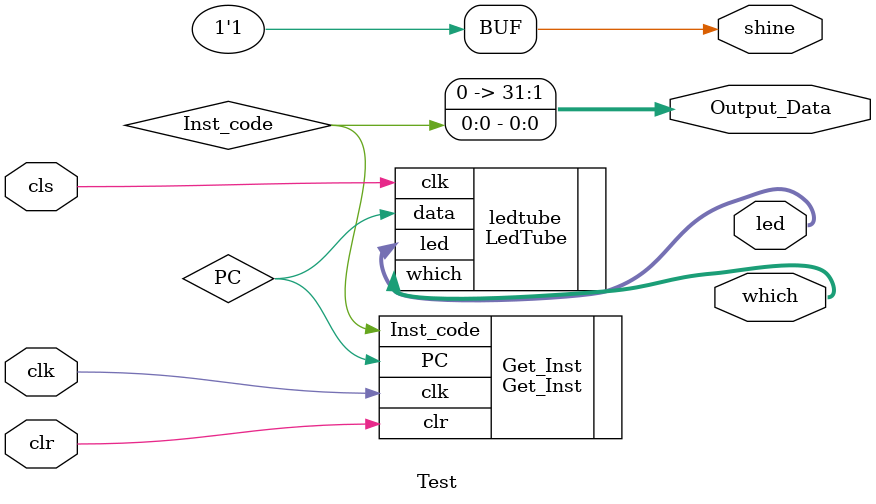
<source format=v>


`timescale 1ns / 1ps
module Test(clk,clr,cls,Output_Data,shine,which,led);
    input  clk,clr,cls;
    output [32:1] Output_Data;
	 
	 output [2:0] which; //°Ë¶ÎÎ»ÖÃ
	 output [7:0] led;  //°Ë¶Îled
	 output reg shine;
    //ÊµÀý»¯Ä£¿é  
  Get_Inst Get_Inst (
    .clk(clk), 
    .clr(clr),
    .PC(PC),	 
    .Inst_code(Inst_code)
    );
	 
	 
// Instantiate the module
LedTube ledtube (
    .data(PC), 
    .clk(cls), 
    .which(which), 
    .led(led)
    );

	 assign shine =1;
	 assign Output_Data =Inst_code;
endmodule


</source>
